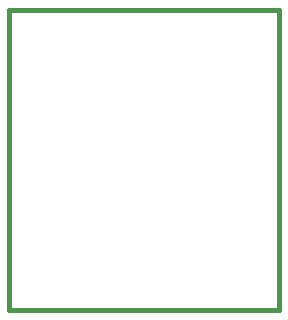
<source format=gko>
%FSLAX33Y33*%
%MOMM*%
%ADD10C,0.381*%
D10*
%LNpath-0*%
G01*
X0Y0D02*
X22860Y0D01*
X22860Y25400*
X0Y25400*
X0Y0*
%LNmechanical details_traces*%
M02*
</source>
